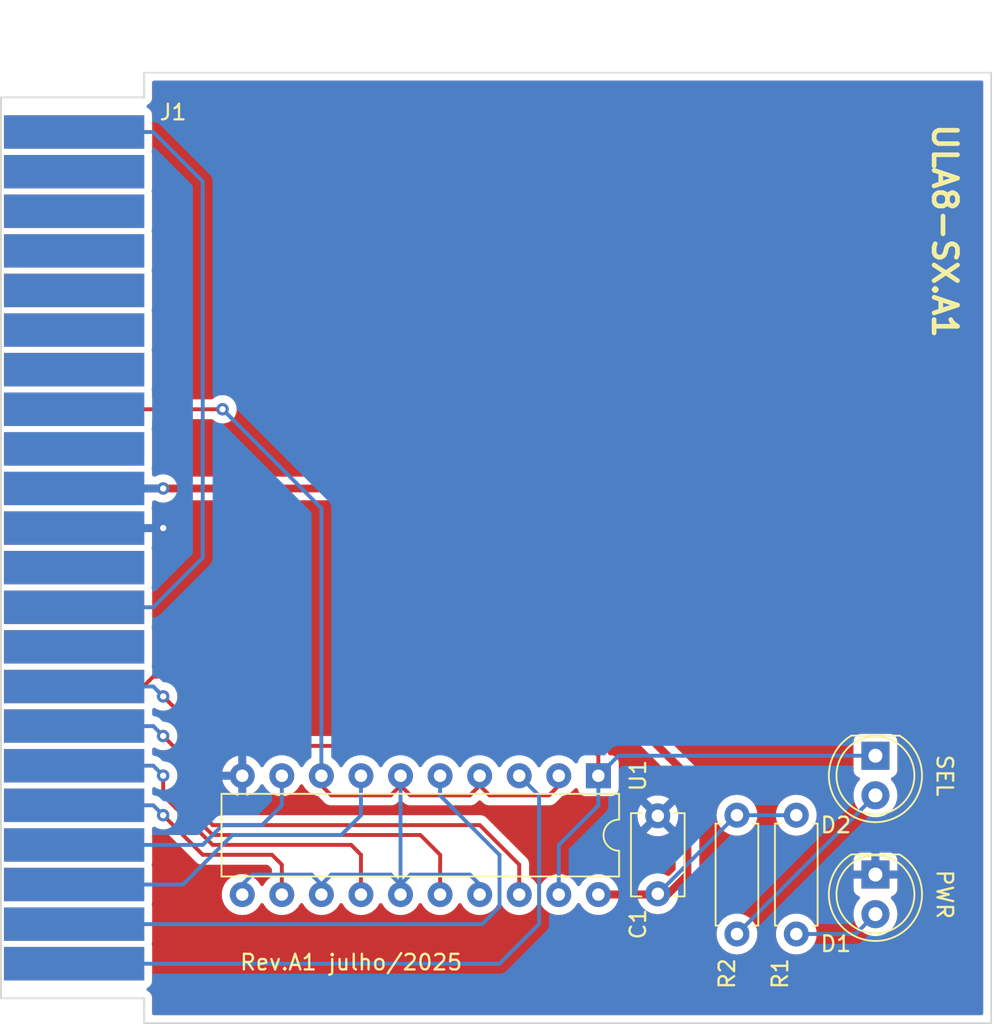
<source format=kicad_pcb>
(kicad_pcb (version 20211014) (generator pcbnew)
  (layers (0 "F.Cu" signal) (31 "B.Cu" signal) (34 "B.Paste" user) (35 "F.Paste" user) (36 "B.SilkS" user "B.Silkscreen") (37 "F.SilkS" user "F.Silkscreen") (38 "B.Mask" user) (39 "F.Mask" user) (44 "Edge.Cuts" user))
  (net 0 "")
  (net 1 "GND")
  (net 2 "+5V")
  (net 3 "Net-(R1-Pad2)")
  (net 4 "n_select")
  (net 5 "Net-(R2-Pad2)")
  (net 13 "lower_bus7")
  (net 25 "/carry")
  (net 36 "ula_bus0")
  (net 37 "ula_bus1")
  (net 38 "ula_bus2")
  (net 39 "ula_bus3")
  (net 40 "ula_bus4")
  (net 41 "ula_bus5")
  (net 42 "ula_bus6")
  (net 43 "ula_bus7")
  (footprint "Capacitor_THT:C_Disc_D5.1mm_W3.2mm_P5.00mm" (layer "F.Cu") (at 53.975 57.825 -90)
    (fp_text reference "C1" (at 6.945 1.27 90) (layer "F.SilkS"))
    (fp_text value "100nF")
    (fp_line (start -0.17 1.721) (end 5.17 1.721) (layer "F.SilkS") (width 0.12))
    (fp_line (start -0.17 -1.721) (end -0.17 -1.055) (layer "F.SilkS") (width 0.12))
    (fp_line (start -0.17 -1.721) (end 5.17 -1.721) (layer "F.SilkS") (width 0.12))
    (fp_line (start 5.17 -1.721) (end 5.17 -1.055) (layer "F.SilkS") (width 0.12))
    (fp_line (start 5.17 1.055) (end 5.17 1.721) (layer "F.SilkS") (width 0.12))
    (fp_line (start -0.17 1.055) (end -0.17 1.721) (layer "F.SilkS") (width 0.12))
    (pad "1" thru_hole circle (at 0 0 270) (size 1.6 1.6) (drill 0.8) (layers *.Cu *.Mask) (net 1 "GND"))
    (pad "2" thru_hole circle (at 5 0 270) (size 1.6 1.6) (drill 0.8) (layers *.Cu *.Mask) (net 2 "+5V"))
  )
  (footprint "Resistor_THT:R_Axial_DIN0207_L6.3mm_D2.5mm_P7.62mm_Horizontal" (layer "F.Cu") (at 62.865 57.785 -90)
    (fp_text reference "R1" (at 10.16 1.04 90) (layer "F.SilkS"))
    (fp_text value "1K")
    (fp_line (start 7.08 -1.37) (end 7.08 -1.04) (layer "F.SilkS") (width 0.12))
    (fp_line (start 0.54 -1.37) (end 7.08 -1.37) (layer "F.SilkS") (width 0.12))
    (fp_line (start 0.54 1.04) (end 0.54 1.37) (layer "F.SilkS") (width 0.12))
    (fp_line (start 0.54 -1.04) (end 0.54 -1.37) (layer "F.SilkS") (width 0.12))
    (fp_line (start 7.08 1.37) (end 7.08 1.04) (layer "F.SilkS") (width 0.12))
    (fp_line (start 0.54 1.37) (end 7.08 1.37) (layer "F.SilkS") (width 0.12))
    (pad "1" thru_hole circle (at 0 0 270) (size 1.6 1.6) (drill 0.8) (layers *.Cu *.Mask) (net 2 "+5V"))
    (pad "2" thru_hole oval (at 7.62 0 270) (size 1.6 1.6) (drill 0.8) (layers *.Cu *.Mask) (net 3 "Net-(R1-Pad2)"))
  )
  (footprint "LED_THT:LED_D5.0mm" (layer "F.Cu") (at 67.945 53.97 -90)
    (fp_text reference "D2" (at 4.45 2.54 180) (layer "F.SilkS"))
    (fp_text value "LED")
    (fp_line (start -1.29 -1.545) (end -1.29 1.545) (layer "F.SilkS") (width 0.12))
    (fp_arc (start 4.26 -0.000462) (mid 2.072002 2.880433) (end -1.29 1.54483) (layer "F.SilkS") (width 0.12))
    (fp_arc (start -1.29 -1.54483) (mid 2.072002 -2.880433) (end 4.26 0.000462) (layer "F.SilkS") (width 0.12))
    (fp_circle (center 1.27 0) (end 3.77 0) (layer "F.SilkS") (width 0.12) (fill none))
    (pad "1" thru_hole rect (at 0 0 270) (size 1.8 1.8) (drill 0.9) (layers *.Cu *.Mask) (net 4 "n_select"))
    (pad "2" thru_hole circle (at 2.54 0 270) (size 1.8 1.8) (drill 0.9) (layers *.Cu *.Mask) (net 5 "Net-(R2-Pad2)"))
  )
  (footprint "Resistor_THT:R_Axial_DIN0207_L6.3mm_D2.5mm_P7.62mm_Horizontal" (layer "F.Cu") (at 59.055 57.785 -90)
    (fp_text reference "R2" (at 10.16 0.635 90) (layer "F.SilkS"))
    (fp_text value "1K")
    (fp_line (start 7.08 -1.37) (end 7.08 -1.04) (layer "F.SilkS") (width 0.12))
    (fp_line (start 0.54 -1.37) (end 7.08 -1.37) (layer "F.SilkS") (width 0.12))
    (fp_line (start 0.54 1.04) (end 0.54 1.37) (layer "F.SilkS") (width 0.12))
    (fp_line (start 7.08 1.37) (end 7.08 1.04) (layer "F.SilkS") (width 0.12))
    (fp_line (start 0.54 1.37) (end 7.08 1.37) (layer "F.SilkS") (width 0.12))
    (fp_line (start 0.54 -1.04) (end 0.54 -1.37) (layer "F.SilkS") (width 0.12))
    (pad "1" thru_hole circle (at 0 0 270) (size 1.6 1.6) (drill 0.8) (layers *.Cu *.Mask) (net 2 "+5V"))
    (pad "2" thru_hole oval (at 7.62 0 270) (size 1.6 1.6) (drill 0.8) (layers *.Cu *.Mask) (net 5 "Net-(R2-Pad2)"))
  )
  (footprint "LED_THT:LED_D5.0mm" (layer "F.Cu") (at 67.945 61.59 -90)
    (fp_text reference "D1" (at 4.45 2.54 180) (layer "F.SilkS"))
    (fp_text value "LED")
    (fp_line (start -1.29 -1.545) (end -1.29 1.545) (layer "F.SilkS") (width 0.12))
    (fp_arc (start -1.29 -1.54483) (mid 2.072002 -2.880433) (end 4.26 0.000462) (layer "F.SilkS") (width 0.12))
    (fp_arc (start 4.26 -0.000462) (mid 2.072002 2.880433) (end -1.29 1.54483) (layer "F.SilkS") (width 0.12))
    (fp_circle (center 1.27 0) (end 3.77 0) (layer "F.SilkS") (width 0.12) (fill none))
    (pad "1" thru_hole rect (at 0 0 270) (size 1.8 1.8) (drill 0.9) (layers *.Cu *.Mask) (net 1 "GND"))
    (pad "2" thru_hole circle (at 2.54 0 270) (size 1.8 1.8) (drill 0.9) (layers *.Cu *.Mask) (net 3 "Net-(R1-Pad2)"))
  )
  (footprint "Package_DIP:DIP-20_W7.62mm" (layer "F.Cu") (at 50.16 55.255 -90)
    (fp_text reference "U1" (at -0.01 -2.545 90) (layer "F.SilkS"))
    (fp_text value "74LS244")
    (fp_line (start 6.46 -1.33) (end 4.81 -1.33) (layer "F.SilkS") (width 0.12))
    (fp_line (start 1.16 -1.33) (end 1.16 24.19) (layer "F.SilkS") (width 0.12))
    (fp_line (start 2.81 -1.33) (end 1.16 -1.33) (layer "F.SilkS") (width 0.12))
    (fp_line (start 1.16 24.19) (end 6.46 24.19) (layer "F.SilkS") (width 0.12))
    (fp_line (start 6.46 24.19) (end 6.46 -1.33) (layer "F.SilkS") (width 0.12))
    (fp_arc (start 4.81 -1.33) (mid 3.81 -0.33) (end 2.81 -1.33) (layer "F.SilkS") (width 0.12))
    (pad "1" thru_hole rect (at 0 0 270) (size 1.6 1.6) (drill 0.8) (layers *.Cu *.Mask) (net 4 "n_select"))
    (pad "2" thru_hole oval (at 0 2.54 270) (size 1.6 1.6) (drill 0.8) (layers *.Cu *.Mask) (net 13 "lower_bus7"))
    (pad "3" thru_hole oval (at 0 5.08 270) (size 1.6 1.6) (drill 0.8) (layers *.Cu *.Mask) (net 43 "ula_bus7"))
    (pad "4" thru_hole oval (at 0 7.62 270) (size 1.6 1.6) (drill 0.8) (layers *.Cu *.Mask) (net 13 "lower_bus7"))
    (pad "5" thru_hole oval (at 0 10.16 270) (size 1.6 1.6) (drill 0.8) (layers *.Cu *.Mask) (net 42 "ula_bus6"))
    (pad "6" thru_hole oval (at 0 12.7 270) (size 1.6 1.6) (drill 0.8) (layers *.Cu *.Mask) (net 13 "lower_bus7"))
    (pad "7" thru_hole oval (at 0 15.24 270) (size 1.6 1.6) (drill 0.8) (layers *.Cu *.Mask) (net 41 "ula_bus5"))
    (pad "8" thru_hole oval (at 0 17.78 270) (size 1.6 1.6) (drill 0.8) (layers *.Cu *.Mask) (net 13 "lower_bus7"))
    (pad "9" thru_hole oval (at 0 20.32 270) (size 1.6 1.6) (drill 0.8) (layers *.Cu *.Mask) (net 40 "ula_bus4"))
    (pad "10" thru_hole oval (at 0 22.86 270) (size 1.6 1.6) (drill 0.8) (layers *.Cu *.Mask) (net 1 "GND"))
    (pad "11" thru_hole oval (at 7.62 22.86 270) (size 1.6 1.6) (drill 0.8) (layers *.Cu *.Mask) (net 13 "lower_bus7"))
    (pad "12" thru_hole oval (at 7.62 20.32 270) (size 1.6 1.6) (drill 0.8) (layers *.Cu *.Mask) (net 39 "ula_bus3"))
    (pad "13" thru_hole oval (at 7.62 17.78 270) (size 1.6 1.6) (drill 0.8) (layers *.Cu *.Mask) (net 13 "lower_bus7"))
    (pad "14" thru_hole oval (at 7.62 15.24 270) (size 1.6 1.6) (drill 0.8) (layers *.Cu *.Mask) (net 38 "ula_bus2"))
    (pad "15" thru_hole oval (at 7.62 12.7 270) (size 1.6 1.6) (drill 0.8) (layers *.Cu *.Mask) (net 13 "lower_bus7"))
    (pad "16" thru_hole oval (at 7.62 10.16 270) (size 1.6 1.6) (drill 0.8) (layers *.Cu *.Mask) (net 37 "ula_bus1"))
    (pad "17" thru_hole oval (at 7.62 7.62 270) (size 1.6 1.6) (drill 0.8) (layers *.Cu *.Mask) (net 13 "lower_bus7"))
    (pad "18" thru_hole oval (at 7.62 5.08 270) (size 1.6 1.6) (drill 0.8) (layers *.Cu *.Mask) (net 36 "ula_bus0"))
    (pad "19" thru_hole oval (at 7.62 2.54 270) (size 1.6 1.6) (drill 0.8) (layers *.Cu *.Mask) (net 4 "n_select"))
    (pad "20" thru_hole oval (at 7.62 0 270) (size 1.6 1.6) (drill 0.8) (layers *.Cu *.Mask) (net 2 "+5V"))
  )
  (footprint "edge_connector:edge-connector-44" (layer "F.Cu") (at 16.51 13.97)
    (fp_text reference "J1" (at 6.35 -1.27 unlocked) (layer "F.SilkS"))
    (fp_text value "ula8a")
    (fp_line (start -4.699 -2.22) (end -4.699 55.56) (layer "Edge.Cuts") (width 0.12))
    (fp_line (start 4.5 55.56) (end 4.5 57.15) (layer "Edge.Cuts") (width 0.12))
    (fp_line (start -4.699 55.56) (end 4.5 55.56) (layer "Edge.Cuts") (width 0.12))
    (fp_line (start -4.699 -2.22) (end 4.5 -2.22) (layer "Edge.Cuts") (width 0.12))
    (fp_line (start 4.5 -2.22) (end 4.5 -3.81) (layer "Edge.Cuts") (width 0.12))
    (pad "1" connect rect (at 0 0) (size 9 2.14) (layers "F.Cu" "F.Mask"))
    (pad "2" connect rect (at 0 2.54) (size 9 2.14) (layers "F.Cu" "F.Mask"))
    (pad "3" connect rect (at 0 5.08) (size 9 2.14) (layers "F.Cu" "F.Mask"))
    (pad "4" connect rect (at 0 7.62) (size 9 2.14) (layers "F.Cu" "F.Mask"))
    (pad "5" connect rect (at 0 10.16) (size 9 2.14) (layers "F.Cu" "F.Mask"))
    (pad "6" connect rect (at 0 12.7) (size 9 2.14) (layers "F.Cu" "F.Mask"))
    (pad "7" connect rect (at 0 15.24) (size 9 2.14) (layers "F.Cu" "F.Mask"))
    (pad "8" connect rect (at 0 17.78) (size 9 2.14) (layers "F.Cu" "F.Mask") (net 13 "lower_bus7"))
    (pad "9" connect rect (at 0 20.32) (size 9 2.14) (layers "F.Cu" "F.Mask"))
    (pad "10" connect rect (at 0 22.86) (size 9 2.14) (layers "F.Cu" "F.Mask") (net 2 "+5V"))
    (pad "11" connect rect (at 0 25.4) (size 9 2.14) (layers "F.Cu" "F.Mask") (net 1 "GND"))
    (pad "12" connect rect (at 0 27.94) (size 9 2.14) (layers "F.Cu" "F.Mask"))
    (pad "13" connect rect (at 0 30.48) (size 9 2.14) (layers "F.Cu" "F.Mask"))
    (pad "14" connect rect (at 0 33.02) (size 9 2.14) (layers "F.Cu" "F.Mask"))
    (pad "15" connect rect (at 0 35.56) (size 9 2.14) (layers "F.Cu" "F.Mask") (net 4 "n_select"))
    (pad "16" connect rect (at 0 38.1) (size 9 2.14) (layers "F.Cu" "F.Mask"))
    (pad "17" connect rect (at 0 40.64) (size 9 2.14) (layers "F.Cu" "F.Mask"))
    (pad "18" connect rect (at 0 43.18) (size 9 2.14) (layers "F.Cu" "F.Mask"))
    (pad "19" connect rect (at 0 45.72) (size 9 2.14) (layers "F.Cu" "F.Mask"))
    (pad "20" connect rect (at 0 48.26) (size 9 2.14) (layers "F.Cu" "F.Mask"))
    (pad "21" connect rect (at 0 50.8) (size 9 2.14) (layers "F.Cu" "F.Mask"))
    (pad "22" connect rect (at 0 53.34) (size 9 2.14) (layers "F.Cu" "F.Mask"))
    (pad "23" connect rect (at 0 0) (size 9 2.14) (layers "B.Cu" "B.Mask") (net 25 "/carry"))
    (pad "24" connect rect (at 0 2.54) (size 9 2.14) (layers "B.Cu" "B.Mask"))
    (pad "25" connect rect (at 0 5.08) (size 9 2.14) (layers "B.Cu" "B.Mask"))
    (pad "26" connect rect (at 0 7.62) (size 9 2.14) (layers "B.Cu" "B.Mask"))
    (pad "27" connect rect (at 0 10.16) (size 9 2.14) (layers "B.Cu" "B.Mask"))
    (pad "28" connect rect (at 0 12.7) (size 9 2.14) (layers "B.Cu" "B.Mask"))
    (pad "29" connect rect (at 0 15.24) (size 9 2.14) (layers "B.Cu" "B.Mask"))
    (pad "30" connect rect (at 0 17.78) (size 9 2.14) (layers "B.Cu" "B.Mask"))
    (pad "31" connect rect (at 0 20.32) (size 9 2.14) (layers "B.Cu" "B.Mask"))
    (pad "32" connect rect (at 0 22.86) (size 9 2.14) (layers "B.Cu" "B.Mask") (net 2 "+5V"))
    (pad "33" connect rect (at 0 25.4) (size 9 2.14) (layers "B.Cu" "B.Mask") (net 1 "GND"))
    (pad "34" connect rect (at 0 27.94) (size 9 2.14) (layers "B.Cu" "B.Mask"))
    (pad "35" connect rect (at 0 30.48) (size 9 2.14) (layers "B.Cu" "B.Mask") (net 25 "/carry"))
    (pad "36" connect rect (at 0 33.02) (size 9 2.14) (layers "B.Cu" "B.Mask"))
    (pad "37" connect rect (at 0 35.56) (size 9 2.14) (layers "B.Cu" "B.Mask") (net 36 "ula_bus0"))
    (pad "38" connect rect (at 0 38.1) (size 9 2.14) (layers "B.Cu" "B.Mask") (net 37 "ula_bus1"))
    (pad "39" connect rect (at 0 40.64) (size 9 2.14) (layers "B.Cu" "B.Mask") (net 38 "ula_bus2"))
    (pad "40" connect rect (at 0 43.18) (size 9 2.14) (layers "B.Cu" "B.Mask") (net 39 "ula_bus3"))
    (pad "41" connect rect (at 0 45.72) (size 9 2.14) (layers "B.Cu" "B.Mask") (net 40 "ula_bus4"))
    (pad "42" connect rect (at 0 48.26) (size 9 2.14) (layers "B.Cu" "B.Mask") (net 41 "ula_bus5"))
    (pad "43" connect rect (at 0 50.8) (size 9 2.14) (layers "B.Cu" "B.Mask") (net 42 "ula_bus6"))
    (pad "44" connect rect (at 0 53.34) (size 9 2.14) (layers "B.Cu" "B.Mask") (net 43 "ula_bus7"))
  )
  (gr_line (start 75.371 71.12) (end 75.371 10.16) (layer "Edge.Cuts") (width 0.1))
  (gr_line (start 75.371 10.16) (end 21.01 10.16) (layer "Edge.Cuts") (width 0.1))
  (gr_line (start 21.01 71.12) (end 75.371 71.12) (layer "Edge.Cuts") (width 0.1))
  (gr_text "ULA8-SX.A1" (at 72.39 20.32 270) (layer "F.SilkS") (effects (font (size 1.5 1.5) (thickness 0.3))))
  (gr_text "PWR" (at 72.39 62.865 270) (layer "F.SilkS") (effects (font (size 1 1))))
  (gr_text "Rev.A1 julho/2025" (at 34.29 67.22) (layer "F.SilkS") (effects (font (size 1 1))))
  (gr_text "SEL" (at 72.39 55.245 270) (layer "F.SilkS") (effects (font (size 1 1))))
  (via (at 22.225 39.37) (size 0.8) (drill 0.4) (layers "F.Cu" "B.Cu") (net 1))
  (segment (start 54.65 62.825) (end 53.975 62.825) (width 0.5) (layer "F.Cu") (net 2))
  (segment (start 53.935 62.865) (end 53.975 62.825) (width 0.5) (layer "F.Cu") (net 2))
  (segment (start 37.465 36.83) (end 55.88 55.245) (width 0.5) (layer "F.Cu") (net 2))
  (segment (start 16.51 36.83) (end 37.465 36.83) (width 0.5) (layer "F.Cu") (net 2))
  (segment (start 55.88 61.595) (end 54.65 62.825) (width 0.5) (layer "F.Cu") (net 2))
  (segment (start 53.975 62.825) (end 53.925 62.875) (width 0.5) (layer "F.Cu") (net 2))
  (segment (start 55.88 55.245) (end 55.88 61.595) (width 0.5) (layer "F.Cu") (net 2))
  (segment (start 50.165 62.865) (end 52.705 62.865) (width 0.5) (layer "F.Cu") (net 2))
  (segment (start 52.705 62.865) (end 53.935 62.865) (width 0.5) (layer "F.Cu") (net 2))
  (segment (start 53.925 62.875) (end 50.16 62.875) (width 0.5) (layer "F.Cu") (net 2))
  (via (at 22.225 36.83) (size 0.8) (drill 0.4) (layers "F.Cu" "B.Cu") (net 2))
  (segment (start 59.015 57.785) (end 59.055 57.785) (width 0.25) (layer "B.Cu") (net 2))
  (segment (start 53.975 62.825) (end 59.015 57.785) (width 0.25) (layer "B.Cu") (net 2))
  (segment (start 62.865 57.785) (end 59.055 57.785) (width 0.25) (layer "B.Cu") (net 2))
  (segment (start 16.51 36.83) (end 22.225 36.83) (width 0.5) (layer "B.Cu") (net 2))
  (segment (start 66.67 65.405) (end 67.945 64.13) (width 0.25) (layer "B.Cu") (net 3))
  (segment (start 62.865 65.405) (end 66.67 65.405) (width 0.25) (layer "B.Cu") (net 3))
  (segment (start 16.51 49.53) (end 20.955 49.53) (width 0.25) (layer "F.Cu") (net 4))
  (segment (start 50.16 53.98) (end 50.16 55.255) (width 0.25) (layer "F.Cu") (net 4))
  (segment (start 20.955 49.53) (end 21.59 48.895) (width 0.25) (layer "F.Cu") (net 4))
  (segment (start 21.59 48.895) (end 23.495 48.895) (width 0.25) (layer "F.Cu") (net 4))
  (segment (start 27.94 53.34) (end 49.53 53.34) (width 0.25) (layer "F.Cu") (net 4))
  (segment (start 50.165 53.975) (end 50.16 53.98) (width 0.25) (layer "F.Cu") (net 4))
  (segment (start 49.53 53.34) (end 50.165 53.975) (width 0.25) (layer "F.Cu") (net 4))
  (segment (start 23.495 48.895) (end 27.94 53.34) (width 0.25) (layer "F.Cu") (net 4))
  (segment (start 47.62 59.695) (end 47.62 62.875) (width 0.25) (layer "B.Cu") (net 4))
  (segment (start 67.945 53.97) (end 51.445 53.97) (width 0.25) (layer "B.Cu") (net 4))
  (segment (start 50.16 55.255) (end 50.16 57.155) (width 0.25) (layer "B.Cu") (net 4))
  (segment (start 51.445 53.97) (end 50.16 55.255) (width 0.25) (layer "B.Cu") (net 4))
  (segment (start 50.16 57.155) (end 47.62 59.695) (width 0.25) (layer "B.Cu") (net 4))
  (segment (start 66.68 57.775) (end 67.945 56.51) (width 0.25) (layer "B.Cu") (net 5))
  (segment (start 66.68 57.78) (end 66.68 57.775) (width 0.25) (layer "B.Cu") (net 5))
  (segment (start 59.055 65.405) (end 66.68 57.78) (width 0.25) (layer "B.Cu") (net 5))
  (segment (start 42.54 55.875) (end 43.18 56.515) (width 0.25) (layer "F.Cu") (net 13))
  (segment (start 42.54 55.255) (end 42.54 55.875) (width 0.25) (layer "F.Cu") (net 13))
  (segment (start 36.83 56.515) (end 37.46 55.885) (width 0.25) (layer "F.Cu") (net 13))
  (segment (start 37.46 55.255) (end 37.46 55.875) (width 0.25) (layer "F.Cu") (net 13))
  (segment (start 43.18 56.515) (end 46.99 56.515) (width 0.25) (layer "F.Cu") (net 13))
  (segment (start 47.62 55.885) (end 47.62 55.255) (width 0.25) (layer "F.Cu") (net 13))
  (segment (start 33.02 56.515) (end 36.83 56.515) (width 0.25) (layer "F.Cu") (net 13))
  (segment (start 46.99 56.515) (end 47.62 55.885) (width 0.25) (layer "F.Cu") (net 13))
  (segment (start 41.91 56.515) (end 42.54 55.885) (width 0.25) (layer "F.Cu") (net 13))
  (segment (start 42.54 55.885) (end 42.54 55.255) (width 0.25) (layer "F.Cu") (net 13))
  (segment (start 32.38 55.875) (end 33.02 56.515) (width 0.25) (layer "F.Cu") (net 13))
  (segment (start 37.46 55.875) (end 38.1 56.515) (width 0.25) (layer "F.Cu") (net 13))
  (segment (start 37.46 55.885) (end 37.46 55.255) (width 0.25) (layer "F.Cu") (net 13))
  (segment (start 32.38 55.255) (end 32.38 55.875) (width 0.25) (layer "F.Cu") (net 13))
  (segment (start 16.51 31.75) (end 26.035 31.75) (width 0.25) (layer "F.Cu") (net 13))
  (segment (start 38.1 56.515) (end 41.91 56.515) (width 0.25) (layer "F.Cu") (net 13))
  (via (at 26.035 31.75) (size 0.8) (drill 0.4) (layers "F.Cu" "B.Cu") (net 13))
  (segment (start 31.75 61.595) (end 32.38 62.225) (width 0.25) (layer "B.Cu") (net 13))
  (segment (start 37.46 62.225) (end 37.46 62.875) (width 0.25) (layer "B.Cu") (net 13))
  (segment (start 37.46 62.235) (end 38.1 61.595) (width 0.25) (layer "B.Cu") (net 13))
  (segment (start 38.1 61.595) (end 41.91 61.595) (width 0.25) (layer "B.Cu") (net 13))
  (segment (start 36.83 61.595) (end 37.46 62.225) (width 0.25) (layer "B.Cu") (net 13))
  (segment (start 27.94 61.595) (end 31.75 61.595) (width 0.25) (layer "B.Cu") (net 13))
  (segment (start 32.38 62.225) (end 32.38 62.875) (width 0.25) (layer "B.Cu") (net 13))
  (segment (start 32.38 62.235) (end 33.02 61.595) (width 0.25) (layer "B.Cu") (net 13))
  (segment (start 33.02 61.595) (end 36.83 61.595) (width 0.25) (layer "B.Cu") (net 13))
  (segment (start 32.38 62.875) (end 32.38 62.235) (width 0.25) (layer "B.Cu") (net 13))
  (segment (start 26.035 31.75) (end 32.385 38.1) (width 0.25) (layer "B.Cu") (net 13))
  (segment (start 32.385 52.07) (end 32.38 52.075) (width 0.25) (layer "B.Cu") (net 13))
  (segment (start 41.91 61.595) (end 42.54 62.225) (width 0.25) (layer "B.Cu") (net 13))
  (segment (start 37.46 62.875) (end 37.46 62.235) (width 0.25) (layer "B.Cu") (net 13))
  (segment (start 42.54 62.225) (end 42.54 62.875) (width 0.25) (layer "B.Cu") (net 13))
  (segment (start 32.385 38.1) (end 32.385 52.07) (width 0.25) (layer "B.Cu") (net 13))
  (segment (start 37.46 62.875) (end 37.46 55.255) (width 0.25) (layer "B.Cu") (net 13))
  (segment (start 27.3 62.235) (end 27.94 61.595) (width 0.25) (layer "B.Cu") (net 13))
  (segment (start 32.38 52.075) (end 32.38 55.255) (width 0.25) (layer "B.Cu") (net 13))
  (segment (start 27.3 62.875) (end 27.3 62.235) (width 0.25) (layer "B.Cu") (net 13))
  (segment (start 21.59 13.97) (end 16.51 13.97) (width 0.25) (layer "B.Cu") (net 25))
  (segment (start 21.59 44.45) (end 24.765 41.275) (width 0.25) (layer "B.Cu") (net 25))
  (segment (start 24.765 41.275) (end 24.765 17.145) (width 0.25) (layer "B.Cu") (net 25))
  (segment (start 16.51 44.45) (end 21.59 44.45) (width 0.25) (layer "B.Cu") (net 25))
  (segment (start 24.765 17.145) (end 21.59 13.97) (width 0.25) (layer "B.Cu") (net 25))
  (segment (start 42.545 58.42) (end 45.085 60.96) (width 0.25) (layer "F.Cu") (net 36))
  (segment (start 45.085 60.96) (end 45.08 60.965) (width 0.25) (layer "F.Cu") (net 36))
  (segment (start 24.130718 52.070718) (end 24.130718 57.149282) (width 0.25) (layer "F.Cu") (net 36))
  (segment (start 45.08 60.965) (end 45.08 62.875) (width 0.25) (layer "F.Cu") (net 36))
  (segment (start 22.225 50.165) (end 24.130718 52.070718) (width 0.25) (layer "F.Cu") (net 36))
  (segment (start 24.130718 57.149282) (end 25.401436 58.42) (width 0.25) (layer "F.Cu") (net 36))
  (segment (start 25.401436 58.42) (end 42.545 58.42) (width 0.25) (layer "F.Cu") (net 36))
  (via (at 22.225 50.165) (size 0.8) (drill 0.4) (layers "F.Cu" "B.Cu") (net 36))
  (segment (start 21.59 49.53) (end 22.225 50.165) (width 0.25) (layer "B.Cu") (net 36))
  (segment (start 16.51 49.53) (end 21.59 49.53) (width 0.25) (layer "B.Cu") (net 36))
  (segment (start 25.400718 59.055) (end 38.735 59.055) (width 0.25) (layer "F.Cu") (net 37))
  (segment (start 40.005 60.325) (end 40.005 60.96) (width 0.25) (layer "F.Cu") (net 37))
  (segment (start 40.005 60.96) (end 40 60.965) (width 0.25) (layer "F.Cu") (net 37))
  (segment (start 23.495359 57.149641) (end 25.400718 59.055) (width 0.25) (layer "F.Cu") (net 37))
  (segment (start 40 60.965) (end 40 62.875) (width 0.25) (layer "F.Cu") (net 37))
  (segment (start 22.225 52.705) (end 23.495359 53.975359) (width 0.25) (layer "F.Cu") (net 37))
  (segment (start 38.735 59.055) (end 40.005 60.325) (width 0.25) (layer "F.Cu") (net 37))
  (segment (start 23.495359 53.975359) (end 23.495359 57.149641) (width 0.25) (layer "F.Cu") (net 37))
  (via (at 22.225 52.705) (size 0.8) (drill 0.4) (layers "F.Cu" "B.Cu") (net 37))
  (segment (start 16.51 52.07) (end 21.59 52.07) (width 0.25) (layer "B.Cu") (net 37))
  (segment (start 21.59 52.07) (end 22.225 52.705) (width 0.25) (layer "B.Cu") (net 37))
  (segment (start 22.225 56.515) (end 25.4 59.69) (width 0.25) (layer "F.Cu") (net 38))
  (segment (start 34.925 60.325) (end 34.92 60.33) (width 0.25) (layer "F.Cu") (net 38))
  (segment (start 25.4 59.69) (end 34.29 59.69) (width 0.25) (layer "F.Cu") (net 38))
  (segment (start 22.225 55.245) (end 22.225 56.515) (width 0.25) (layer "F.Cu") (net 38))
  (segment (start 34.29 59.69) (end 34.925 60.325) (width 0.25) (layer "F.Cu") (net 38))
  (segment (start 34.92 60.33) (end 34.92 62.875) (width 0.25) (layer "F.Cu") (net 38))
  (via (at 22.225 55.245) (size 0.8) (drill 0.4) (layers "F.Cu" "B.Cu") (net 38))
  (segment (start 21.59 54.61) (end 22.225 55.245) (width 0.25) (layer "B.Cu") (net 38))
  (segment (start 16.51 54.61) (end 21.59 54.61) (width 0.25) (layer "B.Cu") (net 38))
  (segment (start 22.225 57.785) (end 24.765 60.325) (width 0.25) (layer "F.Cu") (net 39))
  (segment (start 24.765 60.325) (end 29.21 60.325) (width 0.25) (layer "F.Cu") (net 39))
  (segment (start 29.845 60.96) (end 29.84 60.965) (width 0.25) (layer "F.Cu") (net 39))
  (segment (start 29.84 60.965) (end 29.84 62.875) (width 0.25) (layer "F.Cu") (net 39))
  (segment (start 29.21 60.325) (end 29.845 60.96) (width 0.25) (layer "F.Cu") (net 39))
  (via (at 22.225 57.785) (size 0.8) (drill 0.4) (layers "F.Cu" "B.Cu") (net 39))
  (segment (start 21.59 57.15) (end 22.225 57.785) (width 0.25) (layer "B.Cu") (net 39))
  (segment (start 16.51 57.15) (end 21.59 57.15) (width 0.25) (layer "B.Cu") (net 39))
  (segment (start 16.51 59.69) (end 24.765 59.69) (width 0.25) (layer "B.Cu") (net 40))
  (segment (start 24.765 59.69) (end 26.035 58.42) (width 0.25) (layer "B.Cu") (net 40))
  (segment (start 26.035 58.42) (end 28.575 58.42) (width 0.25) (layer "B.Cu") (net 40))
  (segment (start 29.845 57.15) (end 29.84 57.145) (width 0.25) (layer "B.Cu") (net 40))
  (segment (start 28.575 58.42) (end 29.845 57.15) (width 0.25) (layer "B.Cu") (net 40))
  (segment (start 29.84 57.145) (end 29.84 55.255) (width 0.25) (layer "B.Cu") (net 40))
  (segment (start 23.495 62.23) (end 26.67 59.055) (width 0.25) (layer "B.Cu") (net 41))
  (segment (start 16.51 62.23) (end 23.495 62.23) (width 0.25) (layer "B.Cu") (net 41))
  (segment (start 34.92 57.79) (end 34.92 55.255) (width 0.25) (layer "B.Cu") (net 41))
  (segment (start 33.655 59.055) (end 34.92 57.79) (width 0.25) (layer "B.Cu") (net 41))
  (segment (start 26.67 59.055) (end 33.655 59.055) (width 0.25) (layer "B.Cu") (net 41))
  (segment (start 43.815 60.3325) (end 40 56.5175) (width 0.25) (layer "B.Cu") (net 42))
  (segment (start 43.815 63.66265) (end 43.815 60.3325) (width 0.25) (layer "B.Cu") (net 42))
  (segment (start 42.70765 64.77) (end 43.815 63.66265) (width 0.25) (layer "B.Cu") (net 42))
  (segment (start 40 56.5175) (end 40 55.255) (width 0.25) (layer "B.Cu") (net 42))
  (segment (start 16.51 64.77) (end 42.70765 64.77) (width 0.25) (layer "B.Cu") (net 42))
  (segment (start 46.355 64.77) (end 46.355 56.53) (width 0.25) (layer "B.Cu") (net 43))
  (segment (start 16.51 67.31) (end 43.815 67.31) (width 0.25) (layer "B.Cu") (net 43))
  (segment (start 43.815 67.31) (end 46.355 64.77) (width 0.25) (layer "B.Cu") (net 43))
  (segment (start 46.355 56.53) (end 45.08 55.255) (width 0.25) (layer "B.Cu") (net 43))
  (zone (net 1) (net_name "GND") (layer "F.Cu") (connect_pads (clearance 0.508)) (min_thickness 0.254) (fill yes (thermal_gap 0.508) (thermal_bridge_width 0.508))
    (polygon (pts (xy 75.565 71.03) (xy 20.955 71.03) (xy 20.955 10.07) (xy 75.565 10.07)))
  )
  (zone (net 1) (net_name "GND") (layer "B.Cu") (connect_pads (clearance 0.508)) (min_thickness 0.254) (fill yes (thermal_gap 0.508) (thermal_bridge_width 0.508))
    (polygon (pts (xy 75.565 71.03) (xy 20.955 71.03) (xy 20.955 10.07) (xy 75.565 10.07)))
  )
)
</source>
